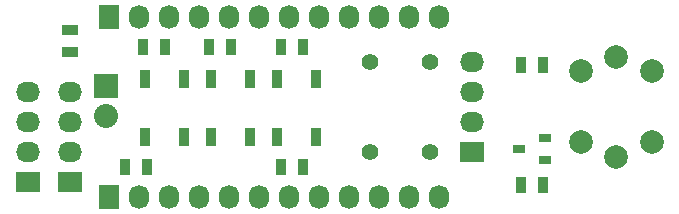
<source format=gbr>
G04 #@! TF.FileFunction,Soldermask,Top*
%FSLAX46Y46*%
G04 Gerber Fmt 4.6, Leading zero omitted, Abs format (unit mm)*
G04 Created by KiCad (PCBNEW (2014-10-31 BZR 5247)-product) date Sonntag, 14. Dezember 2014 16:47:01*
%MOMM*%
G01*
G04 APERTURE LIST*
%ADD10C,0.100000*%
%ADD11R,2.032000X2.032000*%
%ADD12O,2.032000X2.032000*%
%ADD13R,2.032000X1.727200*%
%ADD14O,2.032000X1.727200*%
%ADD15R,1.727200X2.032000*%
%ADD16O,1.727200X2.032000*%
%ADD17R,1.000760X0.800100*%
%ADD18C,2.000000*%
%ADD19R,0.900000X1.500000*%
%ADD20C,1.397000*%
%ADD21R,0.889000X1.397000*%
%ADD22R,1.397000X0.889000*%
G04 APERTURE END LIST*
D10*
D11*
X138684000Y-143002000D03*
D12*
X138684000Y-145542000D03*
D13*
X135636000Y-151130000D03*
D14*
X135636000Y-148590000D03*
X135636000Y-146050000D03*
X135636000Y-143510000D03*
D13*
X132080000Y-151130000D03*
D14*
X132080000Y-148590000D03*
X132080000Y-146050000D03*
X132080000Y-143510000D03*
D15*
X138938000Y-152400000D03*
D16*
X141478000Y-152400000D03*
X144018000Y-152400000D03*
X146558000Y-152400000D03*
X149098000Y-152400000D03*
X151638000Y-152400000D03*
X154178000Y-152400000D03*
X156718000Y-152400000D03*
X159258000Y-152400000D03*
X161798000Y-152400000D03*
X164338000Y-152400000D03*
X166878000Y-152400000D03*
D15*
X138938000Y-137160000D03*
D16*
X141478000Y-137160000D03*
X144018000Y-137160000D03*
X146558000Y-137160000D03*
X149098000Y-137160000D03*
X151638000Y-137160000D03*
X154178000Y-137160000D03*
X156718000Y-137160000D03*
X159258000Y-137160000D03*
X161798000Y-137160000D03*
X164338000Y-137160000D03*
X166878000Y-137160000D03*
D17*
X173652180Y-148336000D03*
X175851820Y-147383500D03*
X175851820Y-149288500D03*
D18*
X181864000Y-149030000D03*
X181864000Y-140530000D03*
X184869000Y-147785000D03*
X178859000Y-147785000D03*
X178859000Y-141775000D03*
X184869000Y-141775000D03*
D19*
X145288000Y-147320000D03*
X141988000Y-147320000D03*
X145288000Y-142420000D03*
X141988000Y-142420000D03*
X150876000Y-147320000D03*
X147576000Y-147320000D03*
X150876000Y-142420000D03*
X147576000Y-142420000D03*
X156464000Y-147320000D03*
X153164000Y-147320000D03*
X156464000Y-142420000D03*
X153164000Y-142420000D03*
D20*
X161036000Y-140970000D03*
X166116000Y-140970000D03*
X161036000Y-148590000D03*
X166116000Y-148590000D03*
D13*
X169680000Y-148598000D03*
D14*
X169680000Y-146058000D03*
X169680000Y-143518000D03*
X169680000Y-140978000D03*
D21*
X142176500Y-149860000D03*
X140271500Y-149860000D03*
X141795500Y-139700000D03*
X143700500Y-139700000D03*
X153479500Y-139700000D03*
X155384500Y-139700000D03*
X147383500Y-139700000D03*
X149288500Y-139700000D03*
X173799500Y-151384000D03*
X175704500Y-151384000D03*
X175704500Y-141224000D03*
X173799500Y-141224000D03*
X155384500Y-149860000D03*
X153479500Y-149860000D03*
D22*
X135636000Y-138239500D03*
X135636000Y-140144500D03*
M02*

</source>
